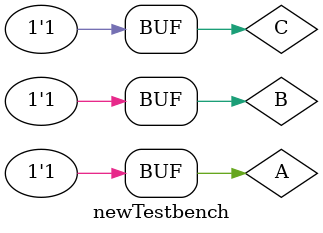
<source format=v>
`timescale 1ns/1ns
module newTestbench;
	
	reg	A,B,C;
	wire	F;

	newCircuit nc_1(.A(A), .B(B), .C(C), .F(F));
	
	initial begin
		A <= 1;
		B <= 0;
		C <= 1;
		#10 B <= 1;
	end

endmodule
</source>
